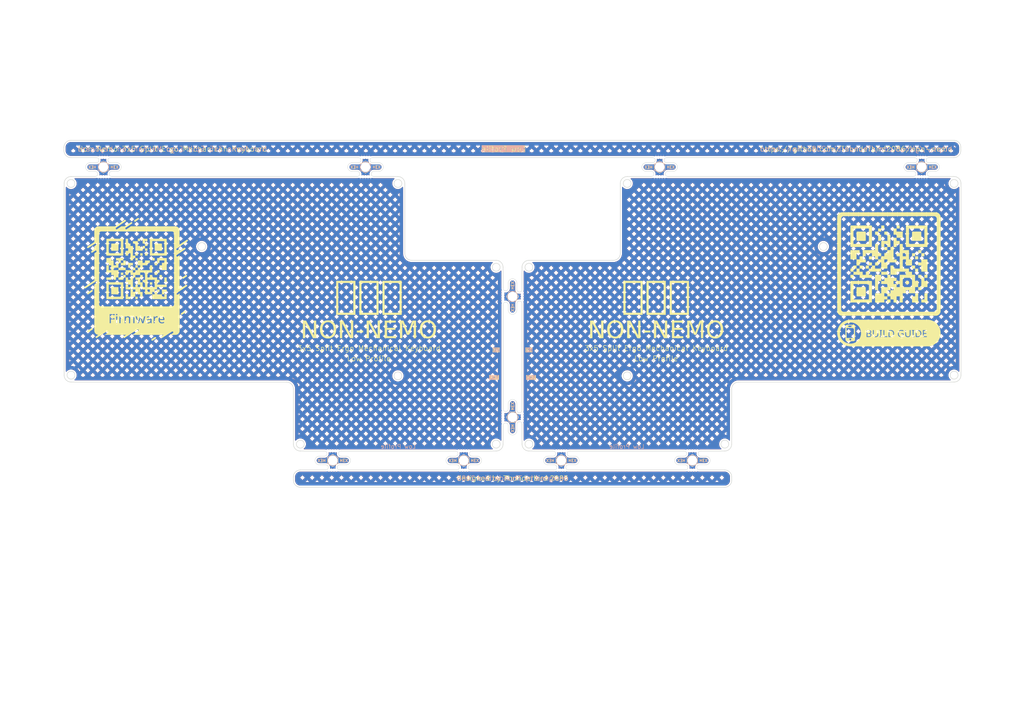
<source format=kicad_pcb>
(kicad_pcb (version 20240108) (generator "pcbnew") (generator_version "8.0")
  (title_block (title "bottom") (date "2025-04-06") (rev "0.1.6") (company "Allen Choi"))
  (layers (0 "F.Cu" signal) (31 "B.Cu" signal) (34 "B.Paste" user) (35 "F.Paste" user) (36 "B.SilkS" user "B.Silkscreen") (37 "F.SilkS" user "F.Silkscreen") (38 "B.Mask" user) (39 "F.Mask" user) (44 "Edge.Cuts" user))
  (net 0 "")
  (net 1 "GND")
  (footprint "mousebites_5p5mm_easysnap" (layer "F.Cu") (at 151.4 121)
    (property "Reference" "X1" (hide yes))
    (property "Value" "5.5mm" (hide yes))
    (fp_line (start -4 -3.9) (end -4 -2.4) (stroke (width 0.1)) (layer "Edge.Cuts"))
    (fp_line (start -4 2.4) (end -4 3.9) (stroke (width 0.1)) (layer "Edge.Cuts"))
    (fp_line (start -1.5 -2.03) (end -1.5 -3.9) (stroke (width 0.1)) (layer "Edge.Cuts"))
    (fp_line (start -1.5 3.9) (end -1.5 2.03) (stroke (width 0.1)) (layer "Edge.Cuts"))
    (fp_arc (start -5.5 2.4) (mid -4.75 1.65) (end -4 2.4) (stroke (width 0.1)) (layer "Edge.Cuts"))
    (fp_arc (start -4 -3.9) (mid -2.75 -5.15) (end -1.5 -3.9) (stroke (width 0.1)) (layer "Edge.Cuts"))
    (fp_arc (start -4 -2.4) (mid -4.75 -1.65) (end -5.5 -2.4) (stroke (width 0.1)) (layer "Edge.Cuts"))
    (fp_arc (start -1.5 2.03) (mid -0.75 1.28) (end 0 2.03) (stroke (width 0.1)) (layer "Edge.Cuts"))
    (fp_arc (start -1.5 3.9) (mid -2.75 5.15) (end -4 3.9) (stroke (width 0.1)) (layer "Edge.Cuts"))
    (fp_arc (start 0 -2.03) (mid -0.75 -1.28) (end -1.5 -2.03) (stroke (width 0.1)) (layer "Edge.Cuts"))
    (fp_text user "HEX" (at -2.75 3.2 90) (layer "B.SilkS") (effects (font (size 0.8 0.8)) (justify mirror)))
    (fp_text user "HEX" (at -2.75 -3.2 -90) (layer "B.SilkS") (effects (font (size 0.8 0.8)) (justify mirror)))
    (fp_text user "HEX" (at -2.75 -3.2 90) (layer "F.SilkS") (effects (font (size 0.8 0.8))))
    (fp_text user "HEX" (at -2.75 3.2 -90) (layer "F.SilkS") (effects (font (size 0.8 0.8))))
    (pad "" np_thru_hole circle (at -5.55 -1.48 180) (size 0.5 0.5) (drill 0.5) (layers "F&B.Cu" "*.Mask"))
    (pad "" np_thru_hole circle (at -5.55 -0.74 180) (size 0.5 0.5) (drill 0.5) (layers "F&B.Cu" "*.Mask"))
    (pad "" np_thru_hole circle (at -5.55 0 180) (size 0.5 0.5) (drill 0.5) (layers "F&B.Cu" "*.Mask"))
    (pad "" np_thru_hole circle (at -5.55 0.74 180) (size 0.5 0.5) (drill 0.5) (layers "F&B.Cu" "*.Mask"))
    (pad "" np_thru_hole circle (at -5.55 1.48 180) (size 0.5 0.5) (drill 0.5) (layers "F&B.Cu" "*.Mask"))
    (pad "" np_thru_hole circle (at -2.75 0 180) (size 2.4 2.4) (drill 2.4) (layers "F&B.Cu" "*.Mask"))
    (pad "" np_thru_hole circle (at 0.05 -1.11) (size 0.5 0.5) (drill 0.5) (layers "F&B.Cu" "*.Mask"))
    (pad "" np_thru_hole circle (at 0.05 -0.37) (size 0.5 0.5) (drill 0.5) (layers "F&B.Cu" "*.Mask"))
    (pad "" np_thru_hole circle (at 0.05 0.37) (size 0.5 0.5) (drill 0.5) (layers "F&B.Cu" "*.Mask"))
    (pad "" np_thru_hole circle (at 0.05 1.11) (size 0.5 0.5) (drill 0.5) (layers "F&B.Cu" "*.Mask"))
  )
  (footprint "LOGO" (layer "F.Cu") (at 39.5 81)
    (property "Reference" "G***" (hide yes))
    (property "Value" "LOGO" (hide yes))
  )
  (footprint "LOGO" (layer "F.Cu") (at 257.8 81)
    (property "Reference" "G***" (hide yes))
    (property "Value" "LOGO" (hide yes))
  )
  (footprint "mousebites_5p5mm_easysnap" (layer "F.Cu") (at 267.3 45.7 90)
    (property "Reference" "X8" (hide yes))
    (property "Value" "5.5mm" (hide yes))
    (fp_line (start -4 -3.9) (end -4 -2.4) (stroke (width 0.1)) (layer "Edge.Cuts"))
    (fp_line (start -1.5 -2.03) (end -1.5 -3.9) (stroke (width 0.1)) (layer "Edge.Cuts"))
    (fp_line (start -4 2.4) (end -4 3.9) (stroke (width 0.1)) (layer "Edge.Cuts"))
    (fp_line (start -1.5 3.9) (end -1.5 2.03) (stroke (width 0.1)) (layer "Edge.Cuts"))
    (fp_arc (start -4 -3.9) (mid -2.75 -5.15) (end -1.5 -3.9) (stroke (width 0.1)) (layer "Edge.Cuts"))
    (fp_arc (start -4 -2.4) (mid -4.75 -1.65) (end -5.5 -2.4) (stroke (width 0.1)) (layer "Edge.Cuts"))
    (fp_arc (start 0 -2.03) (mid -0.75 -1.28) (end -1.5 -2.03) (stroke (width 0.1)) (layer "Edge.Cuts"))
    (fp_arc (start -1.5 2.03) (mid -0.75 1.28) (end 0 2.03) (stroke (width 0.1)) (layer "Edge.Cuts"))
    (fp_arc (start -5.5 2.4) (mid -4.75 1.65) (end -4 2.4) (stroke (width 0.1)) (layer "Edge.Cuts"))
    (fp_arc (start -1.5 3.9) (mid -2.75 5.15) (end -4 3.9) (stroke (width 0.1)) (layer "Edge.Cuts"))
    (fp_text user "HEX" (at -2.75 3.2 180) (layer "B.SilkS") (effects (font (size 0.8 0.8)) (justify mirror)))
    (fp_text user "HEX" (at -2.75 -3.2 0) (layer "B.SilkS") (effects (font (size 0.8 0.8)) (justify mirror)))
    (fp_text user "HEX" (at -2.75 3.2 0) (layer "F.SilkS") (effects (font (size 0.8 0.8))))
    (fp_text user "HEX" (at -2.75 -3.2 180) (layer "F.SilkS") (effects (font (size 0.8 0.8))))
    (pad "" np_thru_hole circle (at -5.55 -1.48 270) (size 0.5 0.5) (drill 0.5) (layers "F&B.Cu" "*.Mask"))
    (pad "" np_thru_hole circle (at -5.55 -0.74 270) (size 0.5 0.5) (drill 0.5) (layers "F&B.Cu" "*.Mask"))
    (pad "" np_thru_hole circle (at -5.55 0 270) (size 0.5 0.5) (drill 0.5) (layers "F&B.Cu" "*.Mask"))
    (pad "" np_thru_hole circle (at -5.55 0.74 270) (size 0.5 0.5) (drill 0.5) (layers "F&B.Cu" "*.Mask"))
    (pad "" np_thru_hole circle (at -5.55 1.48 270) (size 0.5 0.5) (drill 0.5) (layers "F&B.Cu" "*.Mask"))
    (pad "" np_thru_hole circle (at -2.75 0 270) (size 2.4 2.4) (drill 2.4) (layers "F&B.Cu" "*.Mask"))
    (pad "" np_thru_hole circle (at 0.05 -1.11 90) (size 0.5 0.5) (drill 0.5) (layers "F&B.Cu" "*.Mask"))
    (pad "" np_thru_hole circle (at 0.05 -0.37 90) (size 0.5 0.5) (drill 0.5) (layers "F&B.Cu" "*.Mask"))
    (pad "" np_thru_hole circle (at 0.05 0.37 90) (size 0.5 0.5) (drill 0.5) (layers "F&B.Cu" "*.Mask"))
    (pad "" np_thru_hole circle (at 0.05 1.11 90) (size 0.5 0.5) (drill 0.5) (layers "F&B.Cu" "*.Mask"))
  )
  (footprint "mousebites_5p5mm_easysnap" (layer "F.Cu") (at 191.3 45.7 90)
    (property "Reference" "X9" (hide yes))
    (property "Value" "5.5mm" (hide yes))
    (fp_line (start -4 -3.9) (end -4 -2.4) (stroke (width 0.1)) (layer "Edge.Cuts"))
    (fp_line (start -1.5 -2.03) (end -1.5 -3.9) (stroke (width 0.1)) (layer "Edge.Cuts"))
    (fp_line (start -4 2.4) (end -4 3.9) (stroke (width 0.1)) (layer "Edge.Cuts"))
    (fp_line (start -1.5 3.9) (end -1.5 2.03) (stroke (width 0.1)) (layer "Edge.Cuts"))
    (fp_arc (start -4 -3.9) (mid -2.75 -5.15) (end -1.5 -3.9) (stroke (width 0.1)) (layer "Edge.Cuts"))
    (fp_arc (start -4 -2.4) (mid -4.75 -1.65) (end -5.5 -2.4) (stroke (width 0.1)) (layer "Edge.Cuts"))
    (fp_arc (start 0 -2.03) (mid -0.75 -1.28) (end -1.5 -2.03) (stroke (width 0.1)) (layer "Edge.Cuts"))
    (fp_arc (start -1.5 2.03) (mid -0.75 1.28) (end 0 2.03) (stroke (width 0.1)) (layer "Edge.Cuts"))
    (fp_arc (start -5.5 2.4) (mid -4.75 1.65) (end -4 2.4) (stroke (width 0.1)) (layer "Edge.Cuts"))
    (fp_arc (start -1.5 3.9) (mid -2.75 5.15) (end -4 3.9) (stroke (width 0.1)) (layer "Edge.Cuts"))
    (fp_text user "HEX" (at -2.75 3.2 180) (layer "B.SilkS") (effects (font (size 0.8 0.8)) (justify mirror)))
    (fp_text user "HEX" (at -2.75 -3.2 0) (layer "B.SilkS") (effects (font (size 0.8 0.8)) (justify mirror)))
    (fp_text user "HEX" (at -2.75 -3.2 180) (layer "F.SilkS") (effects (font (size 0.8 0.8))))
    (fp_text user "HEX" (at -2.75 3.2 0) (layer "F.SilkS") (effects (font (size 0.8 0.8))))
    (pad "" np_thru_hole circle (at -5.55 -1.48 270) (size 0.5 0.5) (drill 0.5) (layers "F&B.Cu" "*.Mask"))
    (pad "" np_thru_hole circle (at -5.55 -0.74 270) (size 0.5 0.5) (drill 0.5) (layers "F&B.Cu" "*.Mask"))
    (pad "" np_thru_hole circle (at -5.55 0 270) (size 0.5 0.5) (drill 0.5) (layers "F&B.Cu" "*.Mask"))
    (pad "" np_thru_hole circle (at -5.55 0.74 270) (size 0.5 0.5) (drill 0.5) (layers "F&B.Cu" "*.Mask"))
    (pad "" np_thru_hole circle (at -5.55 1.48 270) (size 0.5 0.5) (drill 0.5) (layers "F&B.Cu" "*.Mask"))
    (pad "" np_thru_hole circle (at -2.75 0 270) (size 2.4 2.4) (drill 2.4) (layers "F&B.Cu" "*.Mask"))
    (pad "" np_thru_hole circle (at 0.05 -1.11 90) (size 0.5 0.5) (drill 0.5) (layers "F&B.Cu" "*.Mask"))
    (pad "" np_thru_hole circle (at 0.05 -0.37 90) (size 0.5 0.5) (drill 0.5) (layers "F&B.Cu" "*.Mask"))
    (pad "" np_thru_hole circle (at 0.05 0.37 90) (size 0.5 0.5) (drill 0.5) (layers "F&B.Cu" "*.Mask"))
    (pad "" np_thru_hole circle (at 0.05 1.11 90) (size 0.5 0.5) (drill 0.5) (layers "F&B.Cu" "*.Mask"))
  )
  (footprint "mousebites_5p5mm_easysnap" (layer "F.Cu") (at 200.8 136.3 -90)
    (property "Reference" "X4" (hide yes))
    (property "Value" "5.5mm" (hide yes))
    (fp_line (start -1.5 3.9) (end -1.5 2.03) (stroke (width 0.1)) (layer "Edge.Cuts"))
    (fp_line (start -4 2.4) (end -4 3.9) (stroke (width 0.1)) (layer "Edge.Cuts"))
    (fp_line (start -1.5 -2.03) (end -1.5 -3.9) (stroke (width 0.1)) (layer "Edge.Cuts"))
    (fp_line (start -4 -3.9) (end -4 -2.4) (stroke (width 0.1)) (layer "Edge.Cuts"))
    (fp_arc (start -1.5 3.9) (mid -2.75 5.15) (end -4 3.9) (stroke (width 0.1)) (layer "Edge.Cuts"))
    (fp_arc (start -5.5 2.4) (mid -4.75 1.65) (end -4 2.4) (stroke (width 0.1)) (layer "Edge.Cuts"))
    (fp_arc (start -1.5 2.03) (mid -0.75 1.28) (end 0 2.03) (stroke (width 0.1)) (layer "Edge.Cuts"))
    (fp_arc (start 0 -2.03) (mid -0.75 -1.28) (end -1.5 -2.03) (stroke (width 0.1)) (layer "Edge.Cuts"))
    (fp_arc (start -4 -2.4) (mid -4.75 -1.65) (end -5.5 -2.4) (stroke (width 0.1)) (layer "Edge.Cuts"))
    (fp_arc (start -4 -3.9) (mid -2.75 -5.15) (end -1.5 -3.9) (stroke (width 0.1)) (layer "Edge.Cuts"))
    (fp_text user "HEX" (at -2.75 -3.2 180) (layer "B.SilkS") (effects (font (size 0.8 0.8)) (justify mirror)))
    (fp_text user "HEX" (at -2.75 3.2 0) (layer "B.SilkS") (effects (font (size 0.8 0.8)) (justify mirror)))
    (fp_text user "HEX" (at -2.75 3.2 180) (layer "F.SilkS") (effects (font (size 0.8 0.8))))
    (fp_text user "HEX" (at -2.75 -3.2 0) (layer "F.SilkS") (effects (font (size 0.8 0.8))))
    (pad "" np_thru_hole circle (at -5.55 -1.48 90) (size 0.5 0.5) (drill 0.5) (layers "F&B.Cu" "*.Mask"))
    (pad "" np_thru_hole circle (at -5.55 -0.74 90) (size 0.5 0.5) (drill 0.5) (layers "F&B.Cu" "*.Mask"))
    (pad "" np_thru_hole circle (at -5.55 0 90) (size 0.5 0.5) (drill 0.5) (layers "F&B.Cu" "*.Mask"))
    (pad "" np_thru_hole circle (at -5.55 0.74 90) (size 0.5 0.5) (drill 0.5) (layers "F&B.Cu" "*.Mask"))
    (pad "" np_thru_hole circle (at -5.55 1.48 90) (size 0.5 0.5) (drill 0.5) (layers "F&B.Cu" "*.Mask"))
    (pad "" np_thru_hole circle (at -2.75 0 90) (size 2.4 2.4) (drill 2.4) (layers "F&B.Cu" "*.Mask"))
    (pad "" np_thru_hole circle (at 0.05 -1.11 270) (size 0.5 0.5) (drill 0.5) (layers "F&B.Cu" "*.Mask"))
    (pad "" np_thru_hole circle (at 0.05 -0.37 270) (size 0.5 0.5) (drill 0.5) (layers "F&B.Cu" "*.Mask"))
    (pad "" np_thru_hole circle (at 0.05 0.37 270) (size 0.5 0.5) (drill 0.5) (layers "F&B.Cu" "*.Mask"))
    (pad "" np_thru_hole circle (at 0.05 1.11 270) (size 0.5 0.5) (drill 0.5) (layers "F&B.Cu" "*.Mask"))
  )
  (footprint "mousebites_5p5mm_easysnap" (layer "F.Cu") (at 162.8 136.3 -90)
    (property "Reference" "X5" (hide yes))
    (property "Value" "5.5mm" (hide yes))
    (fp_line (start -1.5 3.9) (end -1.5 2.03) (stroke (width 0.1)) (layer "Edge.Cuts"))
    (fp_line (start -4 2.4) (end -4 3.9) (stroke (width 0.1)) (layer "Edge.Cuts"))
    (fp_line (start -1.5 -2.03) (end -1.5 -3.9) (stroke (width 0.1)) (layer "Edge.Cuts"))
    (fp_line (start -4 -3.9) (end -4 -2.4) (stroke (width 0.1)) (layer "Edge.Cuts"))
    (fp_arc (start -1.5 3.9) (mid -2.75 5.15) (end -4 3.9) (stroke (width 0.1)) (layer "Edge.Cuts"))
    (fp_arc (start -5.5 2.4) (mid -4.75 1.65) (end -4 2.4) (stroke (width 0.1)) (layer "Edge.Cuts"))
    (fp_arc (start -1.5 2.03) (mid -0.75 1.28) (end 0 2.03) (stroke (width 0.1)) (layer "Edge.Cuts"))
    (fp_arc (start 0 -2.03) (mid -0.75 -1.28) (end -1.5 -2.03) (stroke (width 0.1)) (layer "Edge.Cuts"))
    (fp_arc (start -4 -2.4) (mid -4.75 -1.65) (end -5.5 -2.4) (stroke (width 0.1)) (layer "Edge.Cuts"))
    (fp_arc (start -4 -3.9) (mid -2.75 -5.15) (end -1.5 -3.9) (stroke (width 0.1)) (layer "Edge.Cuts"))
    (fp_text user "HEX" (at -2.75 -3.2 180) (layer "B.SilkS") (effects (font (size 0.8 0.8)) (justify mirror)))
    (fp_text user "HEX" (at -2.75 3.2 0) (layer "B.SilkS") (effects (font (size 0.8 0.8)) (justify mirror)))
    (fp_text user "HEX" (at -2.75 3.2 180) (layer "F.SilkS") (effects (font (size 0.8 0.8))))
    (fp_text user "HEX" (at -2.75 -3.2 0) (layer "F.SilkS") (effects (font (size 0.8 0.8))))
    (pad "" np_thru_hole circle (at -5.55 -1.48 90) (size 0.5 0.5) (drill 0.5) (layers "F&B.Cu" "*.Mask"))
    (pad "" np_thru_hole circle (at -5.55 -0.74 90) (size 0.5 0.5) (drill 0.5) (layers "F&B.Cu" "*.Mask"))
    (pad "" np_thru_hole circle (at -5.55 0 90) (size 0.5 0.5) (drill 0.5) (layers "F&B.Cu" "*.Mask"))
    (pad "" np_thru_hole circle (at -5.55 0.74 90) (size 0.5 0.5) (drill 0.5) (layers "F&B.Cu" "*.Mask"))
    (pad "" np_thru_hole circle (at -5.55 1.48 90) (size 0.5 0.5) (drill 0.5) (layers "F&B.Cu" "*.Mask"))
    (pad "" np_thru_hole circle (at -2.75 0 90) (size 2.4 2.4) (drill 2.4) (layers "F&B.Cu" "*.Mask"))
    (pad "" np_thru_hole circle (at 0.05 -1.11 270) (size 0.5 0.5) (drill 0.5) (layers "F&B.Cu" "*.Mask"))
    (pad "" np_thru_hole circle (at 0.05 -0.37 270) (size 0.5 0.5) (drill 0.5) (layers "F&B.Cu" "*.Mask"))
    (pad "" np_thru_hole circle (at 0.05 0.37 270) (size 0.5 0.5) (drill 0.5) (layers "F&B.Cu" "*.Mask"))
    (pad "" np_thru_hole circle (at 0.05 1.11 270) (size 0.5 0.5) (drill 0.5) (layers "F&B.Cu" "*.Mask"))
  )
  (footprint "mousebites_5p5mm_easysnap" (layer "F.Cu") (at 30 45.7 90)
    (property "Reference" "X6" (hide yes))
    (property "Value" "5.5mm" (hide yes))
    (fp_line (start -4 -3.9) (end -4 -2.4) (stroke (width 0.1)) (layer "Edge.Cuts"))
    (fp_line (start -1.5 -2.03) (end -1.5 -3.9) (stroke (width 0.1)) (layer "Edge.Cuts"))
    (fp_line (start -4 2.4) (end -4 3.9) (stroke (width 0.1)) (layer "Edge.Cuts"))
    (fp_line (start -1.5 3.9) (end -1.5 2.03) (stroke (width 0.1)) (layer "Edge.Cuts"))
    (fp_arc (start -4 -3.9) (mid -2.75 -5.15) (end -1.5 -3.9) (stroke (width 0.1)) (layer "Edge.Cuts"))
    (fp_arc (start -4 -2.4) (mid -4.75 -1.65) (end -5.5 -2.4) (stroke (width 0.1)) (layer "Edge.Cuts"))
    (fp_arc (start 0 -2.03) (mid -0.75 -1.28) (end -1.5 -2.03) (stroke (width 0.1)) (layer "Edge.Cuts"))
    (fp_arc (start -1.5 2.03) (mid -0.75 1.28) (end 0 2.03) (stroke (width 0.1)) (layer "Edge.Cuts"))
    (fp_arc (start -5.5 2.4) (mid -4.75 1.65) (end -4 2.4) (stroke (width 0.1)) (layer "Edge.Cuts"))
    (fp_arc (start -1.5 3.9) (mid -2.75 5.15) (end -4 3.9) (stroke (width 0.1)) (layer "Edge.Cuts"))
    (fp_text user "HEX" (at -2.75 3.2 180) (layer "B.SilkS") (effects (font (size 0.8 0.8)) (justify mirror)))
    (fp_text user "HEX" (at -2.75 -3.2 0) (layer "B.SilkS") (effects (font (size 0.8 0.8)) (justify mirror)))
    (fp_text user "HEX" (at -2.75 3.2 0) (layer "F.SilkS") (effects (font (size 0.8 0.8))))
    (fp_text user "HEX" (at -2.75 -3.2 180) (layer "F.SilkS") (effects (font (size 0.8 0.8))))
    (pad "" np_thru_hole circle (at -5.55 -1.48 270) (size 0.5 0.5) (drill 0.5) (layers "F&B.Cu" "*.Mask"))
    (pad "" np_thru_hole circle (at -5.55 -0.74 270) (size 0.5 0.5) (drill 0.5) (layers "F&B.Cu" "*.Mask"))
    (pad "" np_thru_hole circle (at -5.55 0 270) (size 0.5 0.5) (drill 0.5) (layers "F&B.Cu" "*.Mask"))
    (pad "" np_thru_hole circle (at -5.55 0.74 270) (size 0.5 0.5) (drill 0.5) (layers "F&B.Cu" "*.Mask"))
    (pad "" np_thru_hole circle (at -5.55 1.48 270) (size 0.5 0.5) (drill 0.5) (layers "F&B.Cu" "*.Mask"))
    (pad "" np_thru_hole circle (at -2.75 0 270) (size 2.4 2.4) (drill 2.4) (layers "F&B.Cu" "*.Mask"))
    (pad "" np_thru_hole circle (at 0.05 -1.11 90) (size 0.5 0.5) (drill 0.5) (layers "F&B.Cu" "*.Mask"))
    (pad "" np_thru_hole circle (at 0.05 -0.37 90) (size 0.5 0.5) (drill 0.5) (layers "F&B.Cu" "*.Mask"))
    (pad "" np_thru_hole circle (at 0.05 0.37 90) (size 0.5 0.5) (drill 0.5) (layers "F&B.Cu" "*.Mask"))
    (pad "" np_thru_hole circle (at 0.05 1.11 90) (size 0.5 0.5) (drill 0.5) (layers "F&B.Cu" "*.Mask"))
  )
  (footprint "mousebites_5p5mm_easysnap" (layer "F.Cu") (at 134.5 136.3 -90)
    (property "Reference" "X3" (hide yes))
    (property "Value" "5.5mm" (hide yes))
    (fp_line (start -1.5 3.9) (end -1.5 2.03) (stroke (width 0.1)) (layer "Edge.Cuts"))
    (fp_line (start -4 2.4) (end -4 3.9) (stroke (width 0.1)) (layer "Edge.Cuts"))
    (fp_line (start -1.5 -2.03) (end -1.5 -3.9) (stroke (width 0.1)) (layer "Edge.Cuts"))
    (fp_line (start -4 -3.9) (end -4 -2.4) (stroke (width 0.1)) (layer "Edge.Cuts"))
    (fp_arc (start -1.5 3.9) (mid -2.75 5.15) (end -4 3.9) (stroke (width 0.1)) (layer "Edge.Cuts"))
    (fp_arc (start -5.5 2.4) (mid -4.75 1.65) (end -4 2.4) (stroke (width 0.1)) (layer "Edge.Cuts"))
    (fp_arc (start -1.5 2.03) (mid -0.75 1.28) (end 0 2.03) (stroke (width 0.1)) (layer "Edge.Cuts"))
    (fp_arc (start 0 -2.03) (mid -0.75 -1.28) (end -1.5 -2.03) (stroke (width 0.1)) (layer "Edge.Cuts"))
    (fp_arc (start -4 -2.4) (mid -4.75 -1.65) (end -5.5 -2.4) (stroke (width 0.1)) (layer "Edge.Cuts"))
    (fp_arc (start -4 -3.9) (mid -2.75 -5.15) (end -1.5 -3.9) (stroke (width 0.1)) (layer "Edge.Cuts"))
    (fp_text user "HEX" (at -2.75 -3.2 180) (layer "B.SilkS") (effects (font (size 0.8 0.8)) (justify mirror)))
    (fp_text user "HEX" (at -2.75 3.2 0) (layer "B.SilkS") (effects (font (size 0.8 0.8)) (justify mirror)))
    (fp_text user "HEX" (at -2.75 3.2 180) (layer "F.SilkS") (effects (font (size 0.8 0.8))))
    (fp_text user "HEX" (at -2.75 -3.2 0) (layer "F.SilkS") (effects (font (size 0.8 0.8))))
    (pad "" np_thru_hole circle (at -5.55 -1.48 90) (size 0.5 0.5) (drill 0.5) (layers "F&B.Cu" "*.Mask"))
    (pad "" np_thru_hole circle (at -5.55 -0.74 90) (size 0.5 0.5) (drill 0.5) (layers "F&B.Cu" "*.Mask"))
    (pad "" np_thru_hole circle (at -5.55 0 90) (size 0.5 0.5) (drill 0.5) (layers "F&B.Cu" "*.Mask"))
    (pad "" np_thru_hole circle (at -5.55 0.74 90) (size 0.5 0.5) (drill 0.5) (layers "F&B.Cu" "*.Mask"))
    (pad "" np_thru_hole circle (at -5.55 1.48 90) (size 0.5 0.5) (drill 0.5) (layers "F&B.Cu" "*.Mask"))
    (pad "" np_thru_hole circle (at -2.75 0 90) (size 2.4 2.4) (drill 2.4) (layers "F&B.Cu" "*.Mask"))
    (pad "" np_thru_hole circle (at 0.05 -1.11 270) (size 0.5 0.5) (drill 0.5) (layers "F&B.Cu" "*.Mask"))
    (pad "" np_thru_hole circle (at 0.05 -0.37 270) (size 0.5 0.5) (drill 0.5) (layers "F&B.Cu" "*.Mask"))
    (pad "" np_thru_hole circle (at 0.05 0.37 270) (size 0.5 0.5) (drill 0.5) (layers "F&B.Cu" "*.Mask"))
    (pad "" np_thru_hole circle (at 0.05 1.11 270) (size 0.5 0.5) (drill 0.5) (layers "F&B.Cu" "*.Mask"))
  )
  (footprint "mousebites_5p5mm_easysnap" (layer "F.Cu") (at 151.4 86)
    (property "Reference" "X10" (hide yes))
    (property "Value" "5.5mm" (hide yes))
    (fp_line (start -4 -3.9) (end -4 -2.4) (stroke (width 0.1)) (layer "Edge.Cuts"))
    (fp_line (start -4 2.4) (end -4 3.9) (stroke (width 0.1)) (layer "Edge.Cuts"))
    (fp_line (start -1.5 -2.03) (end -1.5 -3.9) (stroke (width 0.1)) (layer "Edge.Cuts"))
    (fp_line (start -1.5 3.9) (end -1.5 2.03) (stroke (width 0.1)) (layer "Edge.Cuts"))
    (fp_arc (start -5.5 2.4) (mid -4.75 1.65) (end -4 2.4) (stroke (width 0.1)) (layer "Edge.Cuts"))
    (fp_arc (start -4 -3.9) (mid -2.75 -5.15) (end -1.5 -3.9) (stroke (width 0.1)) (layer "Edge.Cuts"))
    (fp_arc (start -4 -2.4) (mid -4.75 -1.65) (end -5.5 -2.4) (stroke (width 0.1)) (layer "Edge.Cuts"))
    (fp_arc (start -1.5 2.03) (mid -0.75 1.28) (end 0 2.03) (stroke (width 0.1)) (layer "Edge.Cuts"))
    (fp_arc (start -1.5 3.9) (mid -2.75 5.15) (end -4 3.9) (stroke (width 0.1)) (layer "Edge.Cuts"))
    (fp_arc (start 0 -2.03) (mid -0.75 -1.28) (end -1.5 -2.03) (stroke (width 0.1)) (layer "Edge.Cuts"))
    (fp_text user "HEX" (at -2.75 3.2 90) (layer "B.SilkS") (effects (font (size 0.8 0.8)) (justify mirror)))
    (fp_text user "HEX" (at -2.75 -3.2 -90) (layer "B.SilkS") (effects (font (size 0.8 0.8)) (justify mirror)))
    (fp_text user "HEX" (at -2.75 3.2 -90) (layer "F.SilkS") (effects (font (size 0.8 0.8))))
    (fp_text user "HEX" (at -2.75 -3.2 90) (layer "F.SilkS") (effects (font (size 0.8 0.8))))
    (pad "" np_thru_hole circle (at -5.55 -1.48 180) (size 0.5 0.5) (drill 0.5) (layers "F&B.Cu" "*.Mask"))
    (pad "" np_thru_hole circle (at -5.55 -0.74 180) (size 0.5 0.5) (drill 0.5) (layers "F&B.Cu" "*.Mask"))
    (pad "" np_thru_hole circle (at -5.55 0 180) (size 0.5 0.5) (drill 0.5) (layers "F&B.Cu" "*.Mask"))
    (pad "" np_thru_hole circle (at -5.55 0.74 180) (size 0.5 0.5) (drill 0.5) (layers "F&B.Cu" "*.Mask"))
    (pad "" np_thru_hole circle (at -5.55 1.48 180) (size 0.5 0.5) (drill 0.5) (layers "F&B.Cu" "*.Mask"))
    (pad "" np_thru_hole circle (at -2.75 0 180) (size 2.4 2.4) (drill 2.4) (layers "F&B.Cu" "*.Mask"))
    (pad "" np_thru_hole circle (at 0.05 -1.11) (size 0.5 0.5) (drill 0.5) (layers "F&B.Cu" "*.Mask"))
    (pad "" np_thru_hole circle (at 0.05 -0.37) (size 0.5 0.5) (drill 0.5) (layers "F&B.Cu" "*.Mask"))
    (pad "" np_thru_hole circle (at 0.05 0.37) (size 0.5 0.5) (drill 0.5) (layers "F&B.Cu" "*.Mask"))
    (pad "" np_thru_hole circle (at 0.05 1.11) (size 0.5 0.5) (drill 0.5) (layers "F&B.Cu" "*.Mask"))
  )
  (footprint "mousebites_5p5mm_easysnap" (layer "F.Cu") (at 106 45.7 90)
    (property "Reference" "X7" (hide yes))
    (property "Value" "5.5mm" (hide yes))
    (fp_line (start -4 -3.9) (end -4 -2.4) (stroke (width 0.1)) (layer "Edge.Cuts"))
    (fp_line (start -1.5 -2.03) (end -1.5 -3.9) (stroke (width 0.1)) (layer "Edge.Cuts"))
    (fp_line (start -4 2.4) (end -4 3.9) (stroke (width 0.1)) (layer "Edge.Cuts"))
    (fp_line (start -1.5 3.9) (end -1.5 2.03) (stroke (width 0.1)) (layer "Edge.Cuts"))
    (fp_arc (start -4 -3.9) (mid -2.75 -5.15) (end -1.5 -3.9) (stroke (width 0.1)) (layer "Edge.Cuts"))
    (fp_arc (start -4 -2.4) (mid -4.75 -1.65) (end -5.5 -2.4) (stroke (width 0.1)) (layer "Edge.Cuts"))
    (fp_arc (start 0 -2.03) (mid -0.75 -1.28) (end -1.5 -2.03) (stroke (width 0.1)) (layer "Edge.Cuts"))
    (fp_arc (start -1.5 2.03) (mid -0.75 1.28) (end 0 2.03) (stroke (width 0.1)) (layer "Edge.Cuts"))
    (fp_arc (start -5.5 2.4) (mid -4.75 1.65) (end -4 2.4) (stroke (width 0.1)) (layer "Edge.Cuts"))
    (fp_arc (start -1.5 3.9) (mid -2.75 5.15) (end -4 3.9) (stroke (width 0.1)) (layer "Edge.Cuts"))
    (fp_text user "HEX" (at -2.75 3.2 180) (layer "B.SilkS") (effects (font (size 0.8 0.8)) (justify mirror)))
    (fp_text user "HEX" (at -2.75 -3.2 0) (layer "B.SilkS") (effects (font (size 0.8 0.8)) (justify mirror)))
    (fp_text user "HEX" (at -2.75 -3.2 180) (layer "F.SilkS") (effects (font (size 0.8 0.8))))
    (fp_text user "HEX" (at -2.75 3.2 0) (layer "F.SilkS") (effects (font (size 0.8 0.8))))
    (pad "" np_thru_hole circle (at -5.55 -1.48 270) (size 0.5 0.5) (drill 0.5) (layers "F&B.Cu" "*.Mask"))
    (pad "" np_thru_hole circle (at -5.55 -0.74 270) (size 0.5 0.5) (drill 0.5) (layers "F&B.Cu" "*.Mask"))
    (pad "" np_thru_hole circle (at -5.55 0 270) (size 0.5 0.5) (drill 0.5) (layers "F&B.Cu" "*.Mask"))
    (pad "" np_thru_hole circle (at -5.55 0.74 270) (size 0.5 0.5) (drill 0.5) (layers "F&B.Cu" "*.Mask"))
    (pad "" np_thru_hole circle (at -5.55 1.48 270) (size 0.5 0.5) (drill 0.5) (layers "F&B.Cu" "*.Mask"))
    (pad "" np_thru_hole circle (at -2.75 0 270) (size 2.4 2.4) (drill 2.4) (layers "F&B.Cu" "*.Mask"))
    (pad "" np_thru_hole circle (at 0.05 -1.11 90) (size 0.5 0.5) (drill 0.5) (layers "F&B.Cu" "*.Mask"))
    (pad "" np_thru_hole circle (at 0.05 -0.37 90) (size 0.5 0.5) (drill 0.5) (layers "F&B.Cu" "*.Mask"))
    (pad "" np_thru_hole circle (at 0.05 0.37 90) (size 0.5 0.5) (drill 0.5) (layers "F&B.Cu" "*.Mask"))
    (pad "" np_thru_hole circle (at 0.05 1.11 90) (size 0.5 0.5) (drill 0.5) (layers "F&B.Cu" "*.Mask"))
  )
  (footprint "mousebites_5p5mm_easysnap" (layer "F.Cu") (at 96.5 136.3 -90)
    (property "Reference" "X2" (hide yes))
    (property "Value" "5.5mm" (hide yes))
    (fp_line (start -1.5 3.9) (end -1.5 2.03) (stroke (width 0.1)) (layer "Edge.Cuts"))
    (fp_line (start -4 2.4) (end -4 3.9) (stroke (width 0.1)) (layer "Edge.Cuts"))
    (fp_line (start -1.5 -2.03) (end -1.5 -3.9) (stroke (width 0.1)) (layer "Edge.Cuts"))
    (fp_line (start -4 -3.9) (end -4 -2.4) (stroke (width 0.1)) (layer "Edge.Cuts"))
    (fp_arc (start -1.5 3.9) (mid -2.75 5.15) (end -4 3.9) (stroke (width 0.1)) (layer "Edge.Cuts"))
    (fp_arc (start -5.5 2.4) (mid -4.75 1.65) (end -4 2.4) (stroke (width 0.1)) (layer "Edge.Cuts"))
    (fp_arc (start -1.5 2.03) (mid -0.75 1.28) (end 0 2.03) (stroke (width 0.1)) (layer "Edge.Cuts"))
    (fp_arc (start 0 -2.03) (mid -0.75 -1.28) (end -1.5 -2.03) (stroke (width 0.1)) (layer "Edge.Cuts"))
    (fp_arc (start -4 -2.4) (mid -4.75 -1.65) (end -5.5 -2.4) (stroke (width 0.1)) (layer "Edge.Cuts"))
    (fp_arc (start -4 -3.9) (mid -2.75 -5.15) (end -1.5 -3.9) (stroke (width 0.1)) (layer "Edge.Cuts"))
    (fp_text user "HEX" (at -2.75 -3.2 180) (layer "B.SilkS") (effects (font (size 0.8 0.8)) (justify mirror)))
    (fp_text user "HEX" (at -2.75 3.2 0) (layer "B.SilkS") (effects (font (size 0.8 0.8)) (justify mirror)))
    (fp_text user "HEX" (at -2.75 3.2 180) (layer "F.SilkS") (effects (font (size 0.8 0.8))))
    (fp_text user "HEX" (at -2.75 -3.2 0) (layer "F.SilkS") (effects (font (size 0.8 0.8))))
    (pad "" np_thru_hole circle (at -5.55 -1.48 90) (size 0.5 0.5) (drill 0.5) (layers "F&B.Cu" "*.Mask"))
    (pad "" np_thru_hole circle (at -5.55 -0.74 90) (size 0.5 0.5) (drill 0.5) (layers "F&B.Cu" "*.Mask"))
    (pad "" np_thru_hole circle (at -5.55 0 90) (size 0.5 0.5) (drill 0.5) (layers "F&B.Cu" "*.Mask"))
    (pad "" np_thru_hole circle (at -5.55 0.74 90) (size 0.5 0.5) (drill 0.5) (layers "F&B.Cu" "*.Mask"))
    (pad "" np_thru_hole circle (at -5.55 1.48 90) (size 0.5 0.5) (drill 0.5) (layers "F&B.Cu" "*.Mask"))
    (pad "" np_thru_hole circle (at -2.75 0 90) (size 2.4 2.4) (drill 2.4) (layers "F&B.Cu" "*.Mask"))
    (pad "" np_thru_hole circle (at 0.05 -1.11 270) (size 0.5 0.5) (drill 0.5) (layers "F&B.Cu" "*.Mask"))
    (pad "" np_thru_hole circle (at 0.05 -0.37 270) (size 0.5 0.5) (drill 0.5) (layers "F&B.Cu" "*.Mask"))
    (pad "" np_thru_hole circle (at 0.05 0.37 270) (size 0.5 0.5) (drill 0.5) (layers "F&B.Cu" "*.Mask"))
    (pad "" np_thru_hole circle (at 0.05 1.11 270) (size 0.5 0.5) (drill 0.5) (layers "F&B.Cu" "*.Mask"))
  )
  (gr_line (start 212.2 139.3) (end 212.2 138.3) (stroke (width 0.15)) (layer "Edge.Cuts"))
  (gr_arc (start 18.55 42.7) (mid 19.135786 41.285786) (end 20.55 40.7) (stroke (width 0.15)) (layer "Edge.Cuts"))
  (gr_line (start 269.33 45.7) (end 276.65 45.7) (stroke (width 0.15)) (layer "Edge.Cuts"))
  (gr_line (start 214.2 110.8) (end 276.7 110.8) (stroke (width 0.15)) (layer "Edge.Cuts"))
  (gr_line (start 198.4 130.8) (end 165.2 130.8) (stroke (width 0.15)) (layer "Edge.Cuts"))
  (gr_circle (center 238.8 71.5) (end 239.95 71.5) (stroke (width 0.15)) (fill none) (layer "Edge.Cuts"))
  (gr_line (start 160.4 130.8) (end 153.4 130.8) (stroke (width 0.15)) (layer "Edge.Cuts"))
  (gr_line (start 143.9 75.5) (end 119.4 75.5) (stroke (width 0.15)) (layer "Edge.Cuts"))
  (gr_circle (center 276.7 108.8) (end 277.85 108.8) (stroke (width 0.15)) (fill none) (layer "Edge.Cuts"))
  (gr_circle (center 181.9 109) (end 183.05 109) (stroke (width 0.15)) (fill none) (layer "Edge.Cuts"))
  (gr_arc (start 179.9 73.5) (mid 179.314214 74.914214) (end 177.9 75.5) (stroke (width 0.15)) (layer "Edge.Cuts"))
  (gr_arc (start 179.9 53.2) (mid 180.485786 51.785786) (end 181.9 51.2) (stroke (width 0.15)) (layer "Edge.Cuts"))
  (gr_line (start 181.9 51.2) (end 188.9 51.2) (stroke (width 0.15)) (layer "Edge.Cuts"))
  (gr_circle (center 115.4 109) (end 116.55 109) (stroke (width 0.15)) (fill none) (layer "Edge.Cuts"))
  (gr_line (start 177.9 75.5) (end 153.4 75.5) (stroke (width 0.15)) (layer "Edge.Cuts"))
  (gr_circle (center 276.7 53.2) (end 277.85 53.2) (stroke (width 0.15)) (fill none) (layer "Edge.Cuts"))
  (gr_arc (start 20.6 110.8) (mid 19.185786 110.214214) (end 18.6 108.8) (stroke (width 0.15)) (layer "Edge.Cuts"))
  (gr_arc (start 212.2 112.8) (mid 212.785786 111.385786) (end 214.2 110.8) (stroke (width 0.15)) (layer "Edge.Cuts"))
  (gr_line (start 32.4 51.2) (end 103.6 51.2) (stroke (width 0.15)) (layer "Edge.Cuts"))
  (gr_line (start 151.4 83.97) (end 151.4 77.5) (stroke (width 0.15)) (layer "Edge.Cuts"))
  (gr_line (start 212.2 128.8) (end 212.2 112.8) (stroke (width 0.15)) (layer "Edge.Cuts"))
  (gr_line (start 94.47 136.3) (end 87.1 136.3) (stroke (width 0.15)) (layer "Edge.Cuts"))
  (gr_line (start 87.1 130.8) (end 94.1 130.8) (stroke (width 0.15)) (layer "Edge.Cuts"))
  (gr_line (start 117.4 73.5) (end 117.4 53.2) (stroke (width 0.15)) (layer "Edge.Cuts"))
  (gr_arc (start 145.9 128.8) (mid 145.314214 130.214214) (end 143.9 130.8) (stroke (width 0.15)) (layer "Edge.Cuts"))
  (gr_line (start 276.65 40.7) (end 20.55 40.7) (stroke (width 0.15)) (layer "Edge.Cuts"))
  (gr_line (start 98.53 136.3) (end 132.47 136.3) (stroke (width 0.15)) (layer "Edge.Cuts"))
  (gr_circle (center 87.1 128.8) (end 88.25 128.8) (stroke (width 0.15)) (fill none) (layer "Edge.Cuts"))
  (gr_arc (start 115.4 51.2) (mid 116.814214 51.785786) (end 117.4 53.2) (stroke (width 0.15)) (layer "Edge.Cuts"))
  (gr_line (start 20.6 110.8) (end 83.1 110.8) (stroke (width 0.15)) (layer "Edge.Cuts"))
  (gr_line (start 202.83 136.3) (end 210.2 136.3) (stroke (width 0.15)) (layer "Edge.Cuts"))
  (gr_line (start 145.9 83.6) (end 145.9 77.5) (stroke (width 0.15)) (layer "Edge.Cuts"))
  (gr_line (start 20.6 51.2) (end 27.6 51.2) (stroke (width 0.15)) (layer "Edge.Cuts"))
  (gr_arc (start 143.9 75.5) (mid 145.314214 76.085786) (end 145.9 77.5) (stroke (width 0.15)) (layer "Edge.Cuts"))
  (gr_line (start 85.1 138.3) (end 85.1 139.3) (stroke (width 0.15)) (layer "Edge.Cuts"))
  (gr_line (start 193.7 51.2) (end 264.9 51.2) (stroke (width 0.15)) (layer "Edge.Cuts"))
  (gr_line (start 145.9 88.4) (end 145.9 118.6) (stroke (width 0.15)) (layer "Edge.Cuts"))
  (gr_arc (start 87.1 141.3) (mid 85.685786 140.714214) (end 85.1 139.3) (stroke (width 0.15)) (layer "Edge.Cuts"))
  (gr_line (start 143.9 130.8) (end 136.9 130.8) (stroke (width 0.15)) (layer "Edge.Cuts"))
  (gr_line (start 136.53 136.3) (end 160.77 136.3) (stroke (width 0.15)) (layer "Edge.Cuts"))
  (gr_circle (center 181.9 53.2) (end 183.05 53.2) (stroke (width 0.15)) (fill none) (layer "Edge.Cuts"))
  (gr_line (start 193.33 45.7) (end 265.27 45.7) (stroke (width 0.15)) (layer "Edge.Cuts"))
  (gr_line (start 108.03 45.7) (end 189.27 45.7) (stroke (width 0.15)) (layer "Edge.Cuts"))
  (gr_line (start 18.55 42.7) (end 18.55 43.7) (stroke (width 0.15)) (layer "Edge.Cuts"))
  (gr_line (start 269.7 51.2) (end 276.7 51.2) (stroke (width 0.15)) (layer "Edge.Cuts"))
  (gr_line (start 179.9 73.5) (end 179.9 53.2) (stroke (width 0.15)) (layer "Edge.Cuts"))
  (gr_circle (center 153.4 77.5) (end 154.55 77.5) (stroke (width 0.15)) (fill none) (layer "Edge.Cuts"))
  (gr_line (start 203.2 130.8) (end 210.2 130.8) (stroke (width 0.15)) (layer "Edge.Cuts"))
  (gr_circle (center 143.9 77.5) (end 145.05 77.5) (stroke (width 0.15)) (fill none) (layer "Edge.Cuts"))
  (gr_line (start 278.7 108.8) (end 278.7 53.2) (stroke (width 0.15)) (layer "Edge.Cuts"))
  (gr_circle (center 20.6 53.2) (end 21.75 53.2) (stroke (width 0.15)) (fill none) (layer "Edge.Cuts"))
  (gr_line (start 151.4 88.03) (end 151.4 118.97) (stroke (width 0.15)) (layer "Edge.Cuts"))
  (gr_line (start 145.9 123.4) (end 145.9 128.8) (stroke (width 0.15)) (layer "Edge.Cuts"))
  (gr_circle (center 143.9 128.8) (end 145.05 128.8) (stroke (width 0.15)) (fill none) (layer "Edge.Cuts"))
  (gr_circle (center 210.2 128.8) (end 211.35 128.8) (stroke (width 0.15)) (fill none) (layer "Edge.Cuts"))
  (gr_arc (start 276.65 40.7) (mid 278.064214 41.285786) (end 278.65 42.7) (stroke (width 0.15)) (layer "Edge.Cuts"))
  (gr_line (start 20.55 45.7) (end 27.97 45.7) (stroke (width 0.15)) (layer "Edge.Cuts"))
  (gr_line (start 87.1 141.3) (end 210.2 141.3) (stroke (width 0.15)) (layer "Edge.Cuts"))
  (gr_arc (start 20.55 45.7) (mid 19.135786 45.114214) (end 18.55 43.7) (stroke (width 0.15)) (layer "Edge.Cuts"))
  (gr_circle (center 115.4 53.2) (end 116.55 53.2) (stroke (width 0.15)) (fill none) (layer "Edge.Cuts"))
  (gr_arc (start 87.1 130.8) (mid 85.685786 130.214214) (end 85.1 128.8) (stroke (width 0.15)) (layer "Edge.Cuts"))
  (gr_circle (center 20.6 108.8) (end 21.75 108.8) (stroke (width 0.15)) (fill none) (layer "Edge.Cuts"))
  (gr_arc (start 276.7 51.2) (mid 278.114214 51.785786) (end 278.7 53.2) (stroke (width 0.15)) (layer "Edge.Cuts"))
  (gr_arc (start 212.2 128.8) (mid 211.614214 130.214214) (end 210.2 130.8) (stroke (width 0.15)) (layer "Edge.Cuts"))
  (gr_line (start 278.65 43.7) (end 278.65 42.7) (stroke (width 0.15)) (layer "Edge.Cuts"))
  (gr_line (start 132.1 130.8) (end 98.9 130.8) (stroke (width 0.15)) (layer "Edge.Cuts"))
  (gr_circle (center 58.5 71.5) (end 59.65 71.5) (stroke (width 0.15)) (fill none) (layer "Edge.Cuts"))
  (gr_line (start 32.03 45.7) (end 103.97 45.7) (stroke (width 0.15)) (layer "Edge.Cuts"))
  (gr_arc (start 85.1 138.3) (mid 85.685786 136.885786) (end 87.1 136.3) (stroke (width 0.15)) (layer "Edge.Cuts"))
  (gr_arc (start 151.4 77.5) (mid 151.985786 76.085786) (end 153.4 75.5) (stroke (width 0.15)) (layer "Edge.Cuts"))
  (gr_circle (center 153.4 128.8) (end 154.55 128.8) (stroke (width 0.15)) (fill none) (layer "Edge.Cuts"))
  (gr_line (start 108.4 51.2) (end 115.4 51.2) (stroke (width 0.15)) (layer "Edge.Cuts"))
  (gr_arc (start 278.65 43.7) (mid 278.064214 45.114214) (end 276.65 45.7) (stroke (width 0.15)) (layer "Edge.Cuts"))
  (gr_arc (start 212.2 139.3) (mid 211.614214 140.714214) (end 210.2 141.3) (stroke (width 0.15)) (layer "Edge.Cuts"))
  (gr_arc (start 119.4 75.5) (mid 117.985786 74.914214) (end 117.4 73.5) (stroke (width 0.15)) (layer "Edge.Cuts"))
  (gr_line (start 151.4 123.03) (end 151.4 128.8) (stroke (width 0.15)) (layer "Edge.Cuts"))
  (gr_arc (start 18.6 53.2) (mid 19.185786 51.785786) (end 20.6 51.2) (stroke (width 0.15)) (layer "Edge.Cuts"))
  (gr_line (start 18.6 108.8) (end 18.6 53.2) (stroke (width 0.15)) (layer "Edge.Cuts"))
  (gr_arc (start 210.2 136.3) (mid 211.614214 136.885786) (end 212.2 138.3) (stroke (width 0.15)) (layer "Edge.Cuts"))
  (gr_arc (start 153.4 130.8) (mid 151.985786 130.214214) (end 151.4 128.8) (stroke (width 0.15)) (layer "Edge.Cuts"))
  (gr_line (start 164.83 136.3) (end 198.77 136.3) (stroke (width 0.15)) (layer "Edge.Cuts"))
  (gr_arc (start 278.7 108.8) (mid 278.114214 110.214214) (end 276.7 110.8) (stroke (width 0.15)) (layer "Edge.Cuts"))
  (gr_arc (start 83.1 110.8) (mid 84.514214 111.385786) (end 85.1 112.8) (stroke (width 0.15)) (layer "Edge.Cuts"))
  (gr_line (start 85.1 112.8) (end 85.1 128.8) (stroke (width 0.15)) (layer "Edge.Cuts"))
  (gr_text "OFF" (at 154 109.5 0) (layer "B.SilkS" knockout) (effects (font (size 1 1)) (justify mirror)))
  (gr_text "designed by Thunderbird 2086" (at 148.65 138.8 0) (layer "B.SilkS") (effects (font (size 1.5 1.5)) (justify mirror)))
  (gr_text "Low Profile" (at 181.8 129.5 0) (layer "B.SilkS") (effects (font (size 1.2 1.2)) (justify mirror)))
  (gr_text "OFF" (at 143.3 109.5 0) (layer "B.SilkS" knockout) (effects (font (size 1 1)) (justify mirror)))
  (gr_text "ON" (at 153.4 101.5 0) (layer "B.SilkS" knockout) (effects (font (size 1 1)) (justify mirror)))
  (gr_text "Low Profile" (at 146 43.2 0) (layer "B.SilkS" knockout) (effects (font (size 1.5 1.5)) (justify mirror)))
  (gr_text "Non Nemo 3x5 Split Ergo Mechanican Keyboard" (at 50 43.2 0) (layer "B.SilkS") (effects (font (size 1.5 1.5)) (justify mirror)))
  (gr_text "ON" (at 143.9 101.5 0) (layer "B.SilkS" knockout) (effects (font (size 1 1)) (justify mirror)))
  (gr_text "https://github.com/Thunderbird2086/non-nemo" (at 248.3 43.2 0) (layer "B.SilkS") (effects (font (size 1.5 1.5)) (justify mirror)))
  (gr_text "Low Profile" (at 115.5 129.5 0) (layer "B.SilkS") (effects (font (size 1.2 1.2)) (justify mirror)))
  (gr_text "ON" (at 153.4 101.5 0) (layer "F.SilkS" knockout) (effects (font (size 1 1))))
  (gr_text "Low Profile" (at 190.3 104 0) (layer "F.SilkS") (effects (font (size 1.5 1.5))))
  (gr_text "designed by Thunderbird 2086" (at 148.65 138.8 0) (layer "F.SilkS") (effects (font (size 1.5 1.5))))
  (gr_text "난네모" (at 107 86 0) (layer "F.SilkS") (effects (font (size 8 8))))
  (gr_text "Non Nemo 3x5 Split Ergo Mechanican Keyboard" (at 50 43.2 0) (layer "F.SilkS") (effects (font (size 1.5 1.5))))
  (gr_text "NON-NEMO" (at 190.3 96 0) (layer "F.SilkS") (effects (font (size 5 5))))
  (gr_text "Low Profile" (at 146 43.2 0) (layer "F.SilkS" knockout) (effects (font (size 1.5 1.5))))
  (gr_text "OFF" (at 143.3 109.5 0) (layer "F.SilkS" knockout) (effects (font (size 1 1))))
  (gr_text "https://github.com/Thunderbird2086/non-nemo" (at 248.3 43.2 0) (layer "F.SilkS") (effects (font (size 1.5 1.5))))
  (gr_text "3x5 Split Ergo Mechanical Keyboard" (at 190.3 101 0) (layer "F.SilkS") (effects (font (size 1.5 1.5))))
  (gr_text "Low Profile" (at 107 104 0) (layer "F.SilkS") (effects (font (size 1.5 1.5))))
  (gr_text "OFF" (at 154 109.5 0) (layer "F.SilkS" knockout) (effects (font (size 1 1))))
  (gr_text "NON-NEMO" (at 107 96 0) (layer "F.SilkS") (effects (font (size 5 5))))
  (gr_text "난네모" (at 190.3 86 0) (layer "F.SilkS") (effects (font (size 8 8))))
  (gr_text "3x5 Split Ergo Mechanical Keyboard" (at 107 101 0) (layer "F.SilkS") (effects (font (size 1.5 1.5))))
  (gr_text "ON" (at 143.9 101.5 0) (layer "F.SilkS" knockout) (effects (font (size 1 1))))
  (zone (net 1) (net_name "GND") (layers "F&B.Cu") (connect_pads (clearance 0.508)) (min_thickness 0.25) (fill yes (mode hatch) (thermal_gap 0.5) (thermal_bridge_width 0.5) (smoothing chamfer) (radius 0.5) (island_removal_mode 1) (island_area_min 5) (hatch_thickness 1) (hatch_gap 1) (hatch_orientation 45) (hatch_border_algorithm hatch_thickness) (hatch_min_hole_area 0.3))
    (polygon (pts (xy 0 0) (xy 297 0) (xy 297 210) (xy 0 210)))
  )
)
</source>
